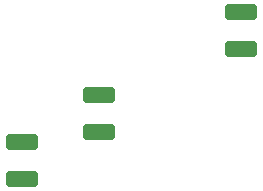
<source format=gbp>
G04 #@! TF.GenerationSoftware,KiCad,Pcbnew,7.0.10*
G04 #@! TF.CreationDate,2024-03-01T12:45:03+01:00*
G04 #@! TF.ProjectId,zapdos,7a617064-6f73-42e6-9b69-6361645f7063,rev?*
G04 #@! TF.SameCoordinates,Original*
G04 #@! TF.FileFunction,Paste,Bot*
G04 #@! TF.FilePolarity,Positive*
%FSLAX46Y46*%
G04 Gerber Fmt 4.6, Leading zero omitted, Abs format (unit mm)*
G04 Created by KiCad (PCBNEW 7.0.10) date 2024-03-01 12:45:03*
%MOMM*%
%LPD*%
G01*
G04 APERTURE LIST*
G04 Aperture macros list*
%AMRoundRect*
0 Rectangle with rounded corners*
0 $1 Rounding radius*
0 $2 $3 $4 $5 $6 $7 $8 $9 X,Y pos of 4 corners*
0 Add a 4 corners polygon primitive as box body*
4,1,4,$2,$3,$4,$5,$6,$7,$8,$9,$2,$3,0*
0 Add four circle primitives for the rounded corners*
1,1,$1+$1,$2,$3*
1,1,$1+$1,$4,$5*
1,1,$1+$1,$6,$7*
1,1,$1+$1,$8,$9*
0 Add four rect primitives between the rounded corners*
20,1,$1+$1,$2,$3,$4,$5,0*
20,1,$1+$1,$4,$5,$6,$7,0*
20,1,$1+$1,$6,$7,$8,$9,0*
20,1,$1+$1,$8,$9,$2,$3,0*%
G04 Aperture macros list end*
%ADD10RoundRect,0.250000X-1.100000X0.412500X-1.100000X-0.412500X1.100000X-0.412500X1.100000X0.412500X0*%
G04 APERTURE END LIST*
D10*
X138000000Y-26937500D03*
X138000000Y-30062500D03*
X119500000Y-41062500D03*
X119500000Y-37937500D03*
X126000000Y-34000000D03*
X126000000Y-37125000D03*
M02*

</source>
